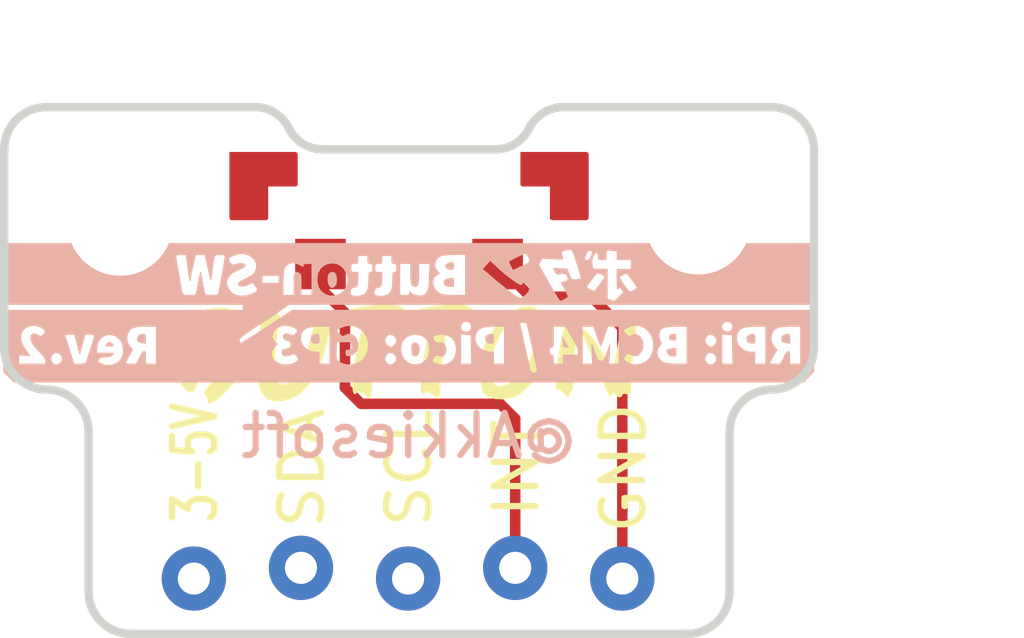
<source format=kicad_pcb>
(kicad_pcb (version 20211014) (generator pcbnew)
  (layers (0 "F.Cu" signal) (31 "B.Cu" signal) (34 "B.Paste" user) (35 "F.Paste" user) (36 "B.SilkS" user "B.Silkscreen") (37 "F.SilkS" user "F.Silkscreen") (38 "B.Mask" user) (39 "F.Mask" user) (44 "Edge.Cuts" user))
  (net 0 "")
  (net 1 "GND")
  (net 2 "Net-(SW1-Pad2)")
  (net 3 "Net-(U1-Pad1)")
  (footprint "MountingHole:MountingHole_2.5mm" (layer "F.Cu") (at 126.75 117.25)
    (fp_text reference "REF**" hide)
    (fp_text value "MountingHole_2.5mm" hide)
    (pad "" np_thru_hole circle (at 0 0) (size 2.5 2.5) (drill 2.5) (layers *.Cu *.Mask))
  )
  (footprint "Connector:BreakoutBarden_i2c" (layer "F.Cu") (at 133.477 120.607)
    (fp_text reference "U1" hide)
    (fp_text value "breakoutgarden_i2c" hide)
    (pad "1" thru_hole circle (at -4.98 5.08) (size 1.524 1.524) (drill 0.762) (layers *.Cu *.Mask) (net 3 "Net-(U1-Pad1)"))
    (pad "2" thru_hole circle (at -2.44 4.826) (size 1.524 1.524) (drill 0.762) (layers *.Cu *.Mask))
    (pad "3" thru_hole circle (at 0.1 5.08) (size 1.524 1.524) (drill 0.762) (layers *.Cu *.Mask))
    (pad "4" thru_hole circle (at 2.64 4.826) (size 1.524 1.524) (drill 0.762) (layers *.Cu *.Mask) (net 2 "Net-(SW1-Pad2)"))
    (pad "5" thru_hole circle (at 5.18 5.08) (size 1.524 1.524) (drill 0.762) (layers *.Cu *.Mask) (net 1 "GND"))
  )
  (footprint "clipboard:3baded7f-af74-41c3-b65e-73c43a8f94c3" (layer "F.Cu") (at 147.955 120.396)
    (fp_text reference "" (at 0 0) (layer "F.SilkS") (effects (font (size 1.27 1.27))))
    (fp_text value "" (at 0 0) (layer "F.SilkS") (effects (font (size 1.27 1.27))))
  )
  (footprint "MountingHole:MountingHole_2.5mm" (layer "F.Cu") (at 140.45 117.221)
    (fp_text reference "REF**" hide)
    (fp_text value "MountingHole_2.5mm" hide)
    (pad "" np_thru_hole circle (at 0 0) (size 2.5 2.5) (drill 2.5) (layers *.Cu *.Mask))
  )
  (footprint "bg-button:SW_TSB001" (layer "F.Cu") (at 129.4 115.623)
    (fp_text reference "SW1" hide)
    (fp_text value "SW_Push")
    (fp_rect (start 6.9 0) (end 8.4 0.7) (layer "F.Cu") (width 0.12) (fill solid))
    (fp_rect (start 7.6 0.7) (end 8.4 1.5) (layer "F.Cu") (width 0.12) (fill solid))
    (fp_rect (start 0 0) (end 1.5 0.7) (layer "F.Cu") (width 0.12) (fill solid))
    (fp_rect (start 0 0.7) (end 0.8 1.5) (layer "F.Cu") (width 0.12) (fill solid))
    (pad "" np_thru_hole circle (at 3.05 1.3) (size 0.9 0.9) (drill 0.9) (layers F&B.Cu *.Mask))
    (pad "" np_thru_hole circle (at 5.35 1.3) (size 0.9 0.9) (drill 0.9) (layers F&B.Cu *.Mask))
    (pad "1" smd rect (at 6.3 2.6) (size 1.2 1.2) (layers "F.Cu" "F.Paste" "F.Mask") (net 1 "GND"))
    (pad "2" smd rect (at 2.1 2.6) (size 1.2 1.2) (layers "F.Cu" "F.Paste" "F.Mask") (net 2 "Net-(SW1-Pad2)"))
  )
  (footprint "bg-button:button" (layer "F.Cu") (at 133.604 120.3452)
    (fp_text reference "G***" hide)
    (fp_text value "BUTTON-11mm" hide)
  )
  (footprint "bg-button:logo-rev2" (layer "B.Cu") (at 133.604 119.38 180)
    (fp_text reference "G***" hide)
    (fp_text value "LOGO_rev2" hide)
  )
  (gr_arc (start 136.45 115) (mid 136.758011 114.649517) (end 137.2 114.5) (layer "Edge.Cuts") (width 0.2))
  (gr_arc (start 125 121.2) (mid 124.292893 120.907107) (end 124 120.2) (layer "Edge.Cuts") (width 0.2))
  (gr_arc (start 141.2 126) (mid 140.907107 126.707107) (end 140.2 127) (layer "Edge.Cuts") (width 0.2))
  (gr_arc (start 127 127) (mid 126.292893 126.707107) (end 126 126) (layer "Edge.Cuts") (width 0.2))
  (gr_line (start 141.2 122.2) (end 141.2 126) (layer "Edge.Cuts") (width 0.2))
  (gr_arc (start 124 115.5) (mid 124.292893 114.792893) (end 125 114.5) (layer "Edge.Cuts") (width 0.2))
  (gr_line (start 137.2 114.5) (end 142.2 114.5) (layer "Edge.Cuts") (width 0.2))
  (gr_arc (start 142.2 114.5) (mid 142.907107 114.792893) (end 143.2 115.5) (layer "Edge.Cuts") (width 0.2))
  (gr_arc (start 131.5 115.5) (mid 131.058011 115.350483) (end 130.75 115) (layer "Edge.Cuts") (width 0.2))
  (gr_arc (start 136.45 115) (mid 136.141989 115.350483) (end 135.7 115.5) (layer "Edge.Cuts") (width 0.2))
  (gr_line (start 143.2 115.5) (end 143.2 120.2) (layer "Edge.Cuts") (width 0.2))
  (gr_arc (start 130 114.5) (mid 130.441989 114.649517) (end 130.75 115) (layer "Edge.Cuts") (width 0.2))
  (gr_line (start 131.5 115.5) (end 135.7 115.5) (layer "Edge.Cuts") (width 0.2))
  (gr_arc (start 143.2 120.2) (mid 142.907107 120.907107) (end 142.2 121.2) (layer "Edge.Cuts") (width 0.2))
  (gr_line (start 124 115.5) (end 124 120.2) (layer "Edge.Cuts") (width 0.2))
  (gr_line (start 126 122.2) (end 126 126) (layer "Edge.Cuts") (width 0.2))
  (gr_arc (start 141.2 122.2) (mid 141.492893 121.492893) (end 142.2 121.2) (layer "Edge.Cuts") (width 0.2))
  (gr_line (start 127 127) (end 140.2 127) (layer "Edge.Cuts") (width 0.2))
  (gr_arc (start 125 121.2) (mid 125.707107 121.492893) (end 126 122.2) (layer "Edge.Cuts") (width 0.2))
  (gr_line (start 125 114.5) (end 130 114.5) (layer "Edge.Cuts") (width 0.2))
  (gr_text "@Akkiesoft" (at 133.604 122.301) (layer "B.SilkS") (effects (font (size 1 1)) (justify mirror)))
  (gr_text "GND" (at 138.684 123.063 90) (layer "F.SilkS") (effects (font (size 1 1))))
  (gr_text "SCL" (at 133.604 123.063 90) (layer "F.SilkS") (effects (font (size 1 1))))
  (gr_text "3-5V" (at 128.524 122.936 90) (layer "F.SilkS") (effects (font (size 1 0.7))))
  (gr_text "SDA" (at 131.064 123.063 90) (layer "F.SilkS") (effects (font (size 1 1))))
  (gr_text "INT" (at 136.144 123.063 90) (layer "F.SilkS") (effects (font (size 1 1))))
  (segment (start 135.7 118.223) (end 136.476 118.999) (width 0.25) (layer "F.Cu") (net 1))
  (segment (start 136.476 118.999) (end 137.922 118.999) (width 0.25) (layer "F.Cu") (net 1))
  (segment (start 137.922 118.999) (end 138.684 119.761) (width 0.25) (layer "F.Cu") (net 1))
  (segment (start 138.684 119.761) (end 138.657 119.788) (width 0.25) (layer "F.Cu") (net 1))
  (segment (start 138.657 119.788) (end 138.657 125.687) (width 0.25) (layer "F.Cu") (net 1))
  (segment (start 131.5 118.223) (end 131.5 118.8) (width 0.25) (layer "F.Cu") (net 2))
  (segment (start 132.461 121.539) (end 135.763 121.539) (width 0.25) (layer "F.Cu") (net 2))
  (segment (start 135.763 121.539) (end 136.117 121.893) (width 0.25) (layer "F.Cu") (net 2))
  (segment (start 131.5 118.8) (end 132.08 119.38) (width 0.25) (layer "F.Cu") (net 2))
  (segment (start 132.08 121.158) (end 132.461 121.539) (width 0.25) (layer "F.Cu") (net 2))
  (segment (start 132.08 119.38) (end 132.08 121.158) (width 0.25) (layer "F.Cu") (net 2))
  (segment (start 136.117 121.893) (end 136.117 125.433) (width 0.25) (layer "F.Cu") (net 2))
)
</source>
